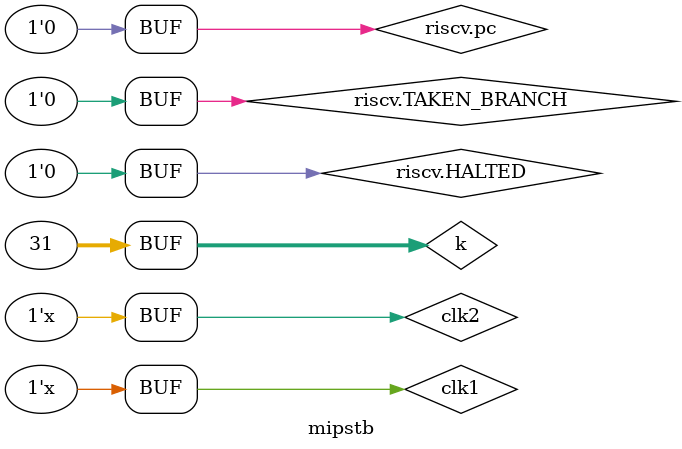
<source format=v>
`timescale 1ns / 1ps


module mipstb;

	// Inputs
	reg clk1;
	reg clk2;
integer k;
	// Instantiate the Unit Under Test (UUT)
	mips riscv (
		.clk1(clk1), 
		.clk2(clk2)
	);

	initial begin
		// Initialize Inputs
		clk1 = 0;
		clk2 = 0;
		#10;
	end
	always
	begin
	#5 clk1 = ~clk1;
	#5 clk2 = ~clk2;
	end
	initial
begin
for(k=0;k<31;k=k+1)
riscv.Reg[k] = k;
riscv.mem[0] = 32'h2801000a;
riscv.mem[1] = 32'h28020014;
riscv.mem[2] = 32'h28030019;
riscv.mem[3] = 32'h0ce77800;
riscv.mem[4] = 32'h0ce77800;
riscv.mem[5] = 32'h00222000;
riscv.mem[6] = 32'h0ce77800;
riscv.mem[7] = 32'h00832800;
riscv.mem[8] = 32'hfe000000;

riscv.HALTED = 0;
riscv.pc = 0;
riscv.TAKEN_BRANCH = 0;
	end
      
endmodule


</source>
